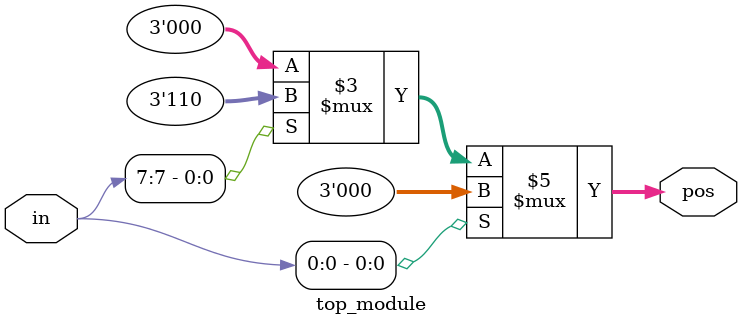
<source format=sv>
module top_module (
    input [7:0] in,
    output reg [2:0] pos
);

    always @*
    begin
        casez(in)
            8'b???????1: pos = 3'b000;
            8'b?1???????: pos = 3'b110;
            default: pos = 3'b000;
        endcase
    end
    
endmodule

</source>
